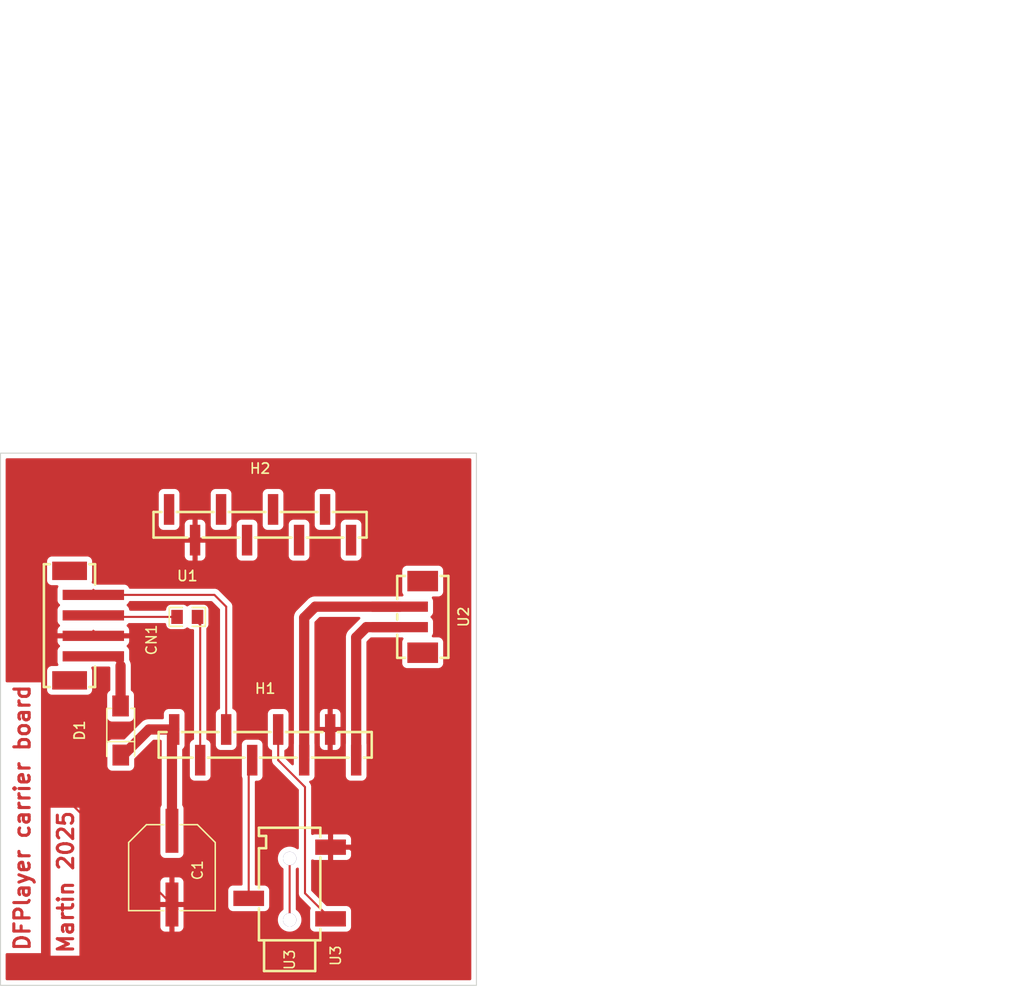
<source format=kicad_pcb>
(kicad_pcb (version 20241229) (generator "pcbnew") (generator_version "9.0")
  (layers (0 "F.Cu" signal) (2 "B.Cu" signal) (13 "F.Paste" user) (15 "B.Paste" user) (5 "F.SilkS" user "F.Silkscreen") (7 "B.SilkS" user "B.Silkscreen") (1 "F.Mask" user) (3 "B.Mask" user) (25 "Edge.Cuts" user))
  (net 0 "")
  (net 1 "_4")
  (net 2 "ADKEY_2")
  (net 3 "_6")
  (net 4 "ADKEY_1")
  (net 5 "_3")
  (net 6 "_5")
  (net 7 "IO_2")
  (net 8 "IO_1")
  (net 9 "BUSY")
  (net 10 "SPK_1")
  (net 11 "power_5v-VCC")
  (net 12 "df_header_left-VCC")
  (net 13 "TX")
  (net 14 "USB_M")
  (net 15 "USB_P")
  (net 16 "net")
  (net 17 "df_header_left-RX")
  (net 18 "footprint-RX")
  (net 19 "DAC_R")
  (net 20 "DAC_L")
  (net 21 "SPK_2")
  (net 22 "GND")
  (footprint "hanxia_HX_PM2_54_1x8P_TP_H8_5_YQ:HDR-SMD_8P-P2.54-V-F-S4.7" (layer "F.Cu") (at 152.61 81)
    (property "Reference" "H2" (at 0 -5.5 0) (layer "F.SilkS"))
    (property "Value" "")
    (fp_line (start -10.41 -1.25) (end -10.41 1.25) (stroke (width 0.25)) (layer "F.SilkS"))
    (fp_line (start -10.41 -1.25) (end -9.63 -1.25) (stroke (width 0.25)) (layer "F.SilkS"))
    (fp_line (start -10.41 1.25) (end -7.09 1.25) (stroke (width 0.25)) (layer "F.SilkS"))
    (fp_line (start -8.15 -1.25) (end -4.55 -1.25) (stroke (width 0.25)) (layer "F.SilkS"))
    (fp_line (start -5.61 1.25) (end -2.01 1.25) (stroke (width 0.25)) (layer "F.SilkS"))
    (fp_line (start -3.07 -1.25) (end 0.53 -1.25) (stroke (width 0.25)) (layer "F.SilkS"))
    (fp_line (start -0.53 1.25) (end 3.07 1.25) (stroke (width 0.25)) (layer "F.SilkS"))
    (fp_line (start 2.01 -1.25) (end 5.61 -1.25) (stroke (width 0.25)) (layer "F.SilkS"))
    (fp_line (start 4.55 1.25) (end 8.15 1.25) (stroke (width 0.25)) (layer "F.SilkS"))
    (fp_line (start 7.09 -1.25) (end 10.41 -1.25) (stroke (width 0.25)) (layer "F.SilkS"))
    (fp_line (start 9.63 1.25) (end 10.41 1.25) (stroke (width 0.25)) (layer "F.SilkS"))
    (fp_line (start 10.41 -1.25) (end 10.41 1.25) (stroke (width 0.25)) (layer "F.SilkS"))
    (fp_text user "${REFERENCE}" (at 0 -5.5 0) (layer "F.SilkS"))
    (pad "1" smd rect (at -8.89 -1.5) (size 1.02 3) (layers "F.Cu" "F.Mask" "F.Paste") (net 8 "IO_1"))
    (pad "2" smd rect (at -6.35 1.5) (size 1.02 3) (layers "F.Cu" "F.Mask" "F.Paste") (net 22 "GND"))
    (pad "3" smd rect (at -3.81 -1.5) (size 1.02 3) (layers "F.Cu" "F.Mask" "F.Paste") (net 7 "IO_2"))
    (pad "4" smd rect (at -1.27 1.5) (size 1.02 3) (layers "F.Cu" "F.Mask" "F.Paste") (net 4 "ADKEY_1"))
    (pad "5" smd rect (at 1.27 -1.5) (size 1.02 3) (layers "F.Cu" "F.Mask" "F.Paste") (net 2 "ADKEY_2"))
    (pad "6" smd rect (at 3.81 1.5) (size 1.02 3) (layers "F.Cu" "F.Mask" "F.Paste") (net 15 "USB_P"))
    (pad "7" smd rect (at 6.35 -1.5) (size 1.02 3) (layers "F.Cu" "F.Mask" "F.Paste") (net 14 "USB_M"))
    (pad "8" smd rect (at 8.89 1.5) (size 1.02 3) (layers "F.Cu" "F.Mask" "F.Paste") (net 9 "BUSY"))
  )
  (footprint "JST_Sales_America_B4B_PH_SM4_TB_LF__SN:CONN-SMD_B4B-PH-SM4-TB-LF-SN" (layer "F.Cu") (at 135.16 90.85 -90)
    (property "Reference" "CN1" (at 1.4 -6.84 90) (layer "F.SilkS"))
    (property "Value" "")
    (fp_line (start -6 3.67) (end -6 3.09) (stroke (width 0.25)) (layer "F.SilkS"))
    (fp_line (start 6 3.67) (end -6 3.67) (stroke (width 0.25)) (layer "F.SilkS"))
    (fp_line (start 6 3.09) (end 6 3.67) (stroke (width 0.25)) (layer "F.SilkS"))
    (fp_line (start -6 -1.33) (end -6 -0.77) (stroke (width 0.25)) (layer "F.SilkS"))
    (fp_line (start -6 -1.33) (end -4 -1.33) (stroke (width 0.25)) (layer "F.SilkS"))
    (fp_line (start 4 -1.33) (end 6 -1.33) (stroke (width 0.25)) (layer "F.SilkS"))
    (fp_line (start 6 -1.33) (end 6 -0.77) (stroke (width 0.25)) (layer "F.SilkS"))
    (pad "1" smd rect (at 3 -1.16 90) (size 1 6) (layers "F.Cu" "F.Mask" "F.Paste") (net 11 "power_5v-VCC"))
    (pad "2" smd rect (at 1 -1.16 90) (size 1 6) (layers "F.Cu" "F.Mask" "F.Paste") (net 22 "GND"))
    (pad "3" smd rect (at -1 -1.16 90) (size 1 6) (layers "F.Cu" "F.Mask" "F.Paste") (net 18 "footprint-RX"))
    (pad "4" smd rect (at -3 -1.16 90) (size 1 6) (layers "F.Cu" "F.Mask" "F.Paste") (net 13 "TX"))
    (pad "5" smd rect (at -5.35 1.16 270) (size 1.8 3.4) (layers "F.Cu" "F.Mask" "F.Paste") (net 6 "_5"))
    (pad "6" smd rect (at 5.35 1.16 270) (size 1.8 3.4) (layers "F.Cu" "F.Mask" "F.Paste") (net 3 "_6"))
  )
  (footprint "hongjiacheng_M1:SMA_L4.3-W2.6-LS5.0-RD" (layer "F.Cu") (at 138.99 101.1 90)
    (property "Reference" "D1" (at 0 -4.01 90) (layer "F.SilkS"))
    (property "Value" "")
    (fp_line (start -1.08 -1.36) (end -1.08 1.36) (stroke (width 0.15)) (layer "F.SilkS"))
    (fp_line (start -2.53 -1.36) (end 2.16 -1.35) (stroke (width 0.15)) (layer "F.SilkS"))
    (fp_line (start 2.16 -1.27) (end 2.16 -0.92) (stroke (width 0.15)) (layer "F.SilkS"))
    (fp_line (start 2.16 1.36) (end 2.16 1.01) (stroke (width 0.15)) (layer "F.SilkS"))
    (fp_line (start -2.5 1.36) (end 2.16 1.36) (stroke (width 0.15)) (layer "F.SilkS"))
    (fp_text user "${REFERENCE}" (at 0 -4.01 90) (layer "F.SilkS"))
    (pad "1" smd rect (at -2.4 0.01 90) (size 2.05 1.62) (layers "F.Cu" "F.Mask" "F.Paste") (net 12 "df_header_left-VCC"))
    (pad "2" smd rect (at 2.4 -0.01 270) (size 2.05 1.62) (layers "F.Cu" "F.Mask" "F.Paste") (net 11 "power_5v-VCC"))
  )
  (footprint "UNI_ROYAL_0805W8F1001T5E:R0805" (layer "F.Cu") (at 145.5 90)
    (property "Reference" "U1" (at 0 -4 0) (layer "F.SilkS"))
    (property "Value" "1kΩ ±1% 125mW")
    (fp_line (start -1.76 -0.92) (end -0.48 -0.92) (stroke (width 0.15)) (layer "F.SilkS"))
    (fp_line (start -1.76 0.92) (end -1.76 -0.92) (stroke (width 0.15)) (layer "F.SilkS"))
    (fp_line (start -0.48 0.92) (end -1.76 0.92) (stroke (width 0.15)) (layer "F.SilkS"))
    (fp_line (start 0.48 0.92) (end 1.76 0.92) (stroke (width 0.15)) (layer "F.SilkS"))
    (fp_line (start 1.76 -0.92) (end 0.48 -0.92) (stroke (width 0.15)) (layer "F.SilkS"))
    (fp_line (start 1.76 0.92) (end 1.76 -0.92) (stroke (width 0.15)) (layer "F.SilkS"))
    (fp_text user "${REFERENCE}" (at 0 -4 0) (layer "F.SilkS"))
    (pad "1" smd rect (at -1 0) (size 1.13 1.38) (layers "F.Cu" "F.Mask" "F.Paste") (net 18 "footprint-RX"))
    (pad "2" smd rect (at 1 0) (size 1.13 1.38) (layers "F.Cu" "F.Mask" "F.Paste") (net 17 "df_header_left-RX"))
  )
  (footprint "hanxia_HX_PM2_54_1x8P_TP_H8_5_YQ:HDR-SMD_8P-P2.54-V-F-S4.7" (layer "F.Cu") (at 153.11 102.5)
    (property "Reference" "H1" (at 0 -5.5 0) (layer "F.SilkS"))
    (property "Value" "")
    (fp_line (start -10.41 -1.25) (end -10.41 1.25) (stroke (width 0.25)) (layer "F.SilkS"))
    (fp_line (start -10.41 -1.25) (end -9.63 -1.25) (stroke (width 0.25)) (layer "F.SilkS"))
    (fp_line (start -10.41 1.25) (end -7.09 1.25) (stroke (width 0.25)) (layer "F.SilkS"))
    (fp_line (start -8.15 -1.25) (end -4.55 -1.25) (stroke (width 0.25)) (layer "F.SilkS"))
    (fp_line (start -5.61 1.25) (end -2.01 1.25) (stroke (width 0.25)) (layer "F.SilkS"))
    (fp_line (start -3.07 -1.25) (end 0.53 -1.25) (stroke (width 0.25)) (layer "F.SilkS"))
    (fp_line (start -0.53 1.25) (end 3.07 1.25) (stroke (width 0.25)) (layer "F.SilkS"))
    (fp_line (start 2.01 -1.25) (end 5.61 -1.25) (stroke (width 0.25)) (layer "F.SilkS"))
    (fp_line (start 4.55 1.25) (end 8.15 1.25) (stroke (width 0.25)) (layer "F.SilkS"))
    (fp_line (start 7.09 -1.25) (end 10.41 -1.25) (stroke (width 0.25)) (layer "F.SilkS"))
    (fp_line (start 9.63 1.25) (end 10.41 1.25) (stroke (width 0.25)) (layer "F.SilkS"))
    (fp_line (start 10.41 -1.25) (end 10.41 1.25) (stroke (width 0.25)) (layer "F.SilkS"))
    (fp_text user "${REFERENCE}" (at 0 -5.5 0) (layer "F.SilkS"))
    (pad "1" smd rect (at -8.89 -1.5) (size 1.02 3) (layers "F.Cu" "F.Mask" "F.Paste") (net 12 "df_header_left-VCC"))
    (pad "2" smd rect (at -6.35 1.5) (size 1.02 3) (layers "F.Cu" "F.Mask" "F.Paste") (net 17 "df_header_left-RX"))
    (pad "3" smd rect (at -3.81 -1.5) (size 1.02 3) (layers "F.Cu" "F.Mask" "F.Paste") (net 13 "TX"))
    (pad "4" smd rect (at -1.27 1.5) (size 1.02 3) (layers "F.Cu" "F.Mask" "F.Paste") (net 19 "DAC_R"))
    (pad "5" smd rect (at 1.27 -1.5) (size 1.02 3) (layers "F.Cu" "F.Mask" "F.Paste") (net 20 "DAC_L"))
    (pad "6" smd rect (at 3.81 1.5) (size 1.02 3) (layers "F.Cu" "F.Mask" "F.Paste") (net 10 "SPK_1"))
    (pad "7" smd rect (at 6.35 -1.5) (size 1.02 3) (layers "F.Cu" "F.Mask" "F.Paste") (net 22 "GND"))
    (pad "8" smd rect (at 8.89 1.5) (size 1.02 3) (layers "F.Cu" "F.Mask" "F.Paste") (net 21 "SPK_2"))
  )
  (footprint "JST_Sales_America_B2B_PH_SM4_TBT_LF__SN:CONN-SMD_B2B-PH-SM4-TBT-LF-SN" (layer "F.Cu") (at 167.38 90 -90)
    (property "Reference" "U2" (at 0 -5.12 90) (layer "F.SilkS"))
    (property "Value" "")
    (fp_line (start -4 1.37) (end -1.73 1.37) (stroke (width 0.25)) (layer "F.SilkS"))
    (fp_line (start -0.27 1.37) (end 0.27 1.37) (stroke (width 0.25)) (layer "F.SilkS"))
    (fp_line (start 1.73 1.37) (end 4 1.37) (stroke (width 0.25)) (layer "F.SilkS"))
    (fp_line (start 4 1.37) (end 4 0.6) (stroke (width 0.25)) (layer "F.SilkS"))
    (fp_line (start -4 0.6) (end -4 1.37) (stroke (width 0.25)) (layer "F.SilkS"))
    (fp_line (start 4 -2.86) (end 4 -3.63) (stroke (width 0.25)) (layer "F.SilkS"))
    (fp_line (start -4 -3.63) (end -4 -2.86) (stroke (width 0.25)) (layer "F.SilkS"))
    (fp_line (start -4 -3.63) (end 4 -3.63) (stroke (width 0.25)) (layer "F.SilkS"))
    (fp_text user "${REFERENCE}" (at 0 -5.12 90) (layer "F.SilkS"))
    (pad "1" smd rect (at -1 1.12 270) (size 1 5.5) (layers "F.Cu" "F.Mask" "F.Paste") (net 10 "SPK_1"))
    (pad "2" smd rect (at 1 1.12 270) (size 1 5.5) (layers "F.Cu" "F.Mask" "F.Paste") (net 21 "SPK_2"))
    (pad "3" smd rect (at 3.5 -1.12 270) (size 2 3) (layers "F.Cu" "F.Mask" "F.Paste") (net 5 "_3"))
    (pad "4" smd rect (at -3.5 -1.12 270) (size 2 3) (layers "F.Cu" "F.Mask" "F.Paste") (net 1 "_4"))
  )
  (footprint "PANASONIC_EEEFK1A471AP:CAP-SMD_BD8.0-L8.3-W8.3-LS9.9-FD" (layer "F.Cu") (at 144 114.5 -90)
    (property "Reference" "C1" (hide yes))
    (property "Value" "")
    (fp_line (start -2.46 4.23) (end -4.2 2.49) (stroke (width 0.15)) (layer "F.SilkS"))
    (fp_line (start 4.2 4.23) (end -2.46 4.23) (stroke (width 0.15)) (layer "F.SilkS"))
    (fp_line (start -4.2 2.49) (end -4.2 0.78) (stroke (width 0.15)) (layer "F.SilkS"))
    (fp_line (start 4.2 0.78) (end 4.2 4.23) (stroke (width 0.15)) (layer "F.SilkS"))
    (fp_line (start 4.2 -0.78) (end 4.2 -4.23) (stroke (width 0.15)) (layer "F.SilkS"))
    (fp_line (start -4.2 -2.49) (end -4.2 -0.78) (stroke (width 0.15)) (layer "F.SilkS"))
    (fp_line (start -2.46 -4.23) (end -4.2 -2.49) (stroke (width 0.15)) (layer "F.SilkS"))
    (fp_line (start 4.2 -4.23) (end -2.46 -4.23) (stroke (width 0.15)) (layer "F.SilkS"))
    (fp_text user "${REFERENCE}" (at 0.25 -2.5 90) (layer "F.SilkS"))
    (pad "1" smd rect (at -3.6 0 270) (size 4.3 1.26) (layers "F.Cu" "F.Mask" "F.Paste") (net 12 "df_header_left-VCC"))
    (pad "2" smd rect (at 3.6 0 270) (size 4.3 1.26) (layers "F.Cu" "F.Mask" "F.Paste") (net 22 "GND"))
  )
  (footprint "SOFNG_PJ_320B:AUDIO-SMD_PJ-320B" (layer "F.Cu") (at 155.5 116 180)
    (property "Reference" "U3" (at 0 -7.5 90) (layer "F.SilkS"))
    (property "Value" "")
    (fp_line (start 3 5.4) (end -3 5.4) (stroke (width 0.25)) (layer "F.SilkS"))
    (fp_line (start 3 4.6) (end 3 5.4) (stroke (width 0.25)) (layer "F.SilkS"))
    (fp_line (start 3 3.4) (end 2.3 3.4) (stroke (width 0.25)) (layer "F.SilkS"))
    (fp_line (start 3 -0.52) (end 3 3.4) (stroke (width 0.25)) (layer "F.SilkS"))
    (fp_line (start 3 -5.6) (end 3 -2.48) (stroke (width 0.25)) (layer "F.SilkS"))
    (fp_line (start 2.5 -5.6) (end 2.5 -8.6) (stroke (width 0.25)) (layer "F.SilkS"))
    (fp_line (start 2.3 4.6) (end 3 4.6) (stroke (width 0.25)) (layer "F.SilkS"))
    (fp_line (start 2.3 3.4) (end 2.3 4.6) (stroke (width 0.25)) (layer "F.SilkS"))
    (fp_line (start -2.5 -5.6) (end -2.5 -8.6) (stroke (width 0.25)) (layer "F.SilkS"))
    (fp_line (start -2.5 -8.6) (end 2.5 -8.6) (stroke (width 0.25)) (layer "F.SilkS"))
    (fp_line (start -3 4.48) (end -3 5.4) (stroke (width 0.25)) (layer "F.SilkS"))
    (fp_line (start -3 -2.52) (end -3 2.52) (stroke (width 0.25)) (layer "F.SilkS"))
    (fp_line (start -3 -5.6) (end 3 -5.6) (stroke (width 0.25)) (layer "F.SilkS"))
    (fp_line (start -3 -5.6) (end -3 -4.48) (stroke (width 0.25)) (layer "F.SilkS"))
    (fp_text user "${REFERENCE}" (at -4.5 -7.1 90) (layer "F.SilkS"))
    (pad "" thru_hole circle (at 0 -3.6 180) (size 1.3 1.3) (drill 1.3) (layers "*.Cu" "*.Mask") (net 16 "net"))
    (pad "" thru_hole circle (at 0 2.4 180) (size 1.3 1.3) (drill 1.3) (layers "*.Cu" "*.Mask") (net 16 "net"))
    (pad "1" smd rect (at -4 -3.5 180) (size 3 1.5) (layers "F.Cu" "F.Mask" "F.Paste") (net 20 "DAC_L"))
    (pad "2" smd rect (at 4 -1.5 180) (size 3 1.5) (layers "F.Cu" "F.Mask" "F.Paste") (net 19 "DAC_R"))
    (pad "3" smd rect (at -4 3.5 180) (size 3 1.5) (layers "F.Cu" "F.Mask" "F.Paste") (net 22 "GND"))
  )
  (gr_rect (start 127.25 74) (end 173.75 126) (stroke (width 0.1)) (fill no) (layer "Edge.Cuts"))
  (gr_text "DFPlayer carrier board" (at 130.25 122.75 90) (layer "F.Cu") (effects (font (size 1.5 1.5) (thickness 0.3) (bold yes)) (justify left bottom)))
  (gr_text "Martin 2025" (at 134.5 123 90) (layer "F.Cu") (effects (font (size 1.5 1.5) (thickness 0.3) (bold yes)) (justify left bottom)))
  (segment (start 156.92 90.08) (end 158 89) (width 1) (layer "F.Cu") (net 10))
  (segment (start 156.92 104) (end 156.92 90.08) (width 1) (layer "F.Cu") (net 10))
  (segment (start 158 89) (end 166.26 89) (width 1) (layer "F.Cu") (net 10))
  (segment (start 138.98 94.77) (end 138.98 98.7) (width 1) (layer "F.Cu") (net 11))
  (segment (start 139 94.75) (end 138.98 94.77) (width 0.2) (layer "F.Cu") (net 11))
  (segment (start 138.1 93.85) (end 139 94.75) (width 0.2) (layer "F.Cu") (net 11))
  (segment (start 136.32 93.85) (end 138.1 93.85) (width 0.2) (layer "F.Cu") (net 11))
  (segment (start 144 110.9) (end 144 101.22) (width 1) (layer "F.Cu") (net 12))
  (segment (start 141.75 101) (end 144.22 101) (width 1) (layer "F.Cu") (net 12))
  (segment (start 139.25 103.5) (end 141.75 101) (width 1) (layer "F.Cu") (net 12))
  (segment (start 144 101.22) (end 144.22 101) (width 0.2) (layer "F.Cu") (net 12))
  (segment (start 139 103.5) (end 139.25 103.5) (width 0.2) (layer "F.Cu") (net 12))
  (segment (start 136.97 88) (end 136.32 87.35) (width 0.2) (layer "F.Cu") (net 13))
  (segment (start 149.3 101) (end 149.3 89) (width 0.2) (layer "F.Cu") (net 13))
  (segment (start 148.15 87.85) (end 136.32 87.85) (width 0.2) (layer "F.Cu") (net 13))
  (segment (start 149.3 89) (end 148.15 87.85) (width 0.2) (layer "F.Cu") (net 13))
  (segment (start 155.5 113.6) (end 155.5 119.6) (width 0.2) (layer "F.Cu") (net 16))
  (segment (start 146.76 104) (end 146.76 90.26) (width 0.2) (layer "F.Cu") (net 17))
  (segment (start 146.76 90.26) (end 146.5 90) (width 0.2) (layer "F.Cu") (net 17))
  (segment (start 146.5 90) (end 146.5 90.5) (width 0.2) (layer "F.Cu") (net 17))
  (segment (start 146.5 90.5) (end 146.76 90.76) (width 0.2) (layer "F.Cu") (net 17))
  (segment (start 144.5 90) (end 136.47 90) (width 0.2) (layer "F.Cu") (net 18))
  (segment (start 136.47 90) (end 136.32 89.85) (width 0.2) (layer "F.Cu") (net 18))
  (segment (start 151.5 117.5) (end 151.5 104.34) (width 0.2) (layer "F.Cu") (net 19))
  (segment (start 151.5 104.34) (end 151.84 104) (width 0.2) (layer "F.Cu") (net 19))
  (segment (start 154.38 101) (end 154.38 104) (width 0.2) (layer "F.Cu") (net 20))
  (segment (start 159.5 119.5) (end 157 117) (width 0.2) (layer "F.Cu") (net 20))
  (segment (start 157 106.62) (end 154.38 104) (width 0.2) (layer "F.Cu") (net 20))
  (segment (start 157 117) (end 157 106.62) (width 0.2) (layer "F.Cu") (net 20))
  (segment (start 162 92) (end 163 91) (width 1) (layer "F.Cu") (net 21))
  (segment (start 162 104) (end 162 92) (width 1) (layer "F.Cu") (net 21))
  (segment (start 163 91) (end 166.26 91) (width 1) (layer "F.Cu") (net 21))
  (segment (start 163.75 121) (end 163.75 115.5) (width 0.2) (layer "F.Cu") (net 22))
  (segment (start 144 118.1) (end 144 121) (width 0.2) (layer "F.Cu") (net 22))
  (segment (start 132.25 82.5) (end 131.25 83.5) (width 0.2) (layer "F.Cu") (net 22))
  (segment (start 159.5 101.04) (end 159.46 101) (width 0.2) (layer "F.Cu") (net 22))
  (segment (start 164 115.25) (end 161.25 112.5) (width 0.2) (layer "F.Cu") (net 22))
  (segment (start 144 118) (end 144.551 118.551) (width 0.2) (layer "F.Cu") (net 22))
  (segment (start 144 118.1) (end 131.5 105.6) (width 0.2) (layer "F.Cu") (net 22))
  (segment (start 132.85 91.85) (end 136.32 91.85) (width 0.2) (layer "F.Cu") (net 22))
  (segment (start 161.25 112.5) (end 159.901 112.5) (width 0.2) (layer "F.Cu") (net 22))
  (segment (start 132.9 91.85) (end 136.32 91.85) (width 0.2) (layer "F.Cu") (net 22))
  (segment (start 146.25 123.25) (end 161.5 123.25) (width 0.2) (layer "F.Cu") (net 22))
  (segment (start 131.5 105.6) (end 131.5 93.25) (width 0.2) (layer "F.Cu") (net 22))
  (segment (start 144 121) (end 146.25 123.25) (width 0.2) (layer "F.Cu") (net 22))
  (segment (start 146.26 82.5) (end 132.25 82.5) (width 0.2) (layer "F.Cu") (net 22))
  (segment (start 159.5 112.5) (end 159.5 101.04) (width 0.2) (layer "F.Cu") (net 22))
  (segment (start 144 118.1) (end 144 118) (width 0.2) (layer "F.Cu") (net 22))
  (segment (start 136.49 91.52) (end 136.32 91.35) (width 0.2) (layer "F.Cu") (net 22))
  (segment (start 131.5 93.25) (end 132.9 91.85) (width 0.2) (layer "F.Cu") (net 22))
  (segment (start 131.25 90.25) (end 132.85 91.85) (width 0.2) (layer "F.Cu") (net 22))
  (segment (start 131.25 83.5) (end 131.25 90.25) (width 0.2) (layer "F.Cu") (net 22))
  (segment (start 161.5 123.25) (end 163.75 121) (width 0.2) (layer "F.Cu") (net 22))
  (segment (start 163.75 115.5) (end 164 115.25) (width 0.2) (layer "F.Cu") (net 22))
  (zone (net 22) (net_name "GND") (layer "F.Cu") (name "GND") (connect_pads (clearance 0.5)) (min_thickness 0.25) (fill yes (thermal_gap 0.5) (thermal_bridge_width 0.5))
    (polygon (pts (xy 127.25 74) (xy 173.75 74) (xy 173.75 126) (xy 127.25 126)))
  )
)
</source>
